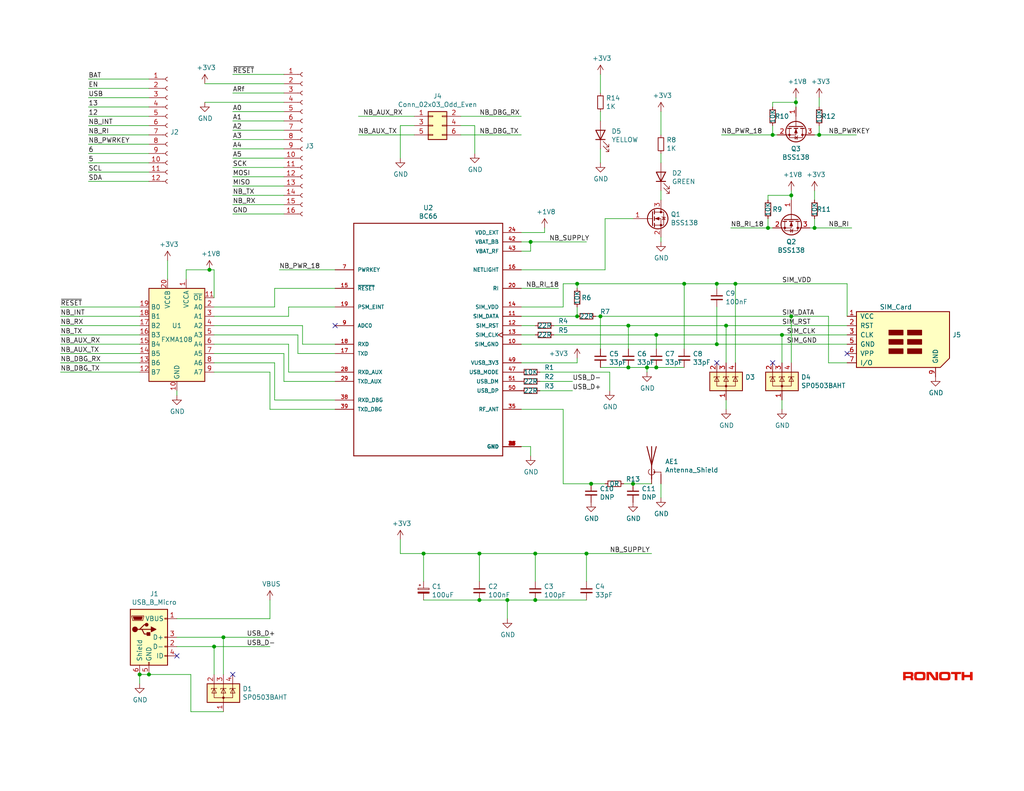
<source format=kicad_sch>
(kicad_sch (version 20231120) (generator "eeschema") (generator_version "8.0")
  (paper "USLetter")
  (title_block (title "NBIoT Wing") (date "2019-12-23") (rev "0") (company "Ronoth, LLC  -  @ronoth_iot") (comment 1 "@lolsborn") (comment 2 "By: Steven Osborn <steven@ronoth.com>"))
  (lib_symbols
    (symbol "Connector_Generic:Conn_02x03_Odd_Even" (pin_names (offset 1.016) hide)
      (property "Reference" "J" (at 1.27 5.08 0))
      (property "Value" "Conn_02x03_Odd_Even" (at 1.27 -5.08 0))
      (symbol "Conn_02x03_Odd_Even_1_1"
        (pin passive line (at -5.08 2.54 0) (length 3.81) (name "Pin_1") (number "1"))
        (pin passive line (at 7.62 2.54 180) (length 3.81) (name "Pin_2") (number "2"))
        (pin passive line (at -5.08 0 0) (length 3.81) (name "Pin_3") (number "3"))
        (pin passive line (at 7.62 0 180) (length 3.81) (name "Pin_4") (number "4"))
        (pin passive line (at -5.08 -2.54 0) (length 3.81) (name "Pin_5") (number "5"))
        (pin passive line (at 7.62 -2.54 180) (length 3.81) (name "Pin_6") (number "6"))
      )
    )
    (symbol "Device:Antenna_Shield" (pin_numbers hide) (pin_names (offset 1.016) hide)
      (property "Reference" "AE" (at -1.905 4.445 0))
      (property "Value" "Antenna_Shield" (at -1.905 2.54 0))
      (symbol "Antenna_Shield_1_1"
        (pin input line (at 0 -5.08 90) (length 2.54) (name "A") (number "1"))
        (pin input line (at 2.54 -5.08 90) (length 2.54) (name "Shield") (number "2"))
      )
    )
    (symbol "Device:C_Small" (pin_numbers hide) (pin_names (offset 0.254) hide)
      (property "Reference" "C" (at 0.254 1.778 0))
      (property "Value" "C_Small" (at 0.254 -2.032 0))
      (symbol "C_Small_1_1"
        (pin passive line (at 0 2.54 270) (length 2.032) (name "~") (number "1"))
        (pin passive line (at 0 -2.54 90) (length 2.032) (name "~") (number "2"))
      )
    )
    (symbol "Device:LED" (pin_numbers hide) (pin_names (offset 1.016) hide)
      (property "Reference" "D" (at 0 2.54 0))
      (property "Value" "LED" (at 0 -2.54 0))
      (symbol "LED_1_1"
        (pin passive line (at -3.81 0 0) (length 2.54) (name "K") (number "1"))
        (pin passive line (at 3.81 0 180) (length 2.54) (name "A") (number "2"))
      )
    )
    (symbol "Device:R_Small" (pin_numbers hide) (pin_names (offset 0.254) hide)
      (property "Reference" "R" (at 0.762 0.508 0))
      (property "Value" "R_Small" (at 0.762 -1.016 0))
      (symbol "R_Small_1_1"
        (pin passive line (at 0 2.54 270) (length 0.762) (name "~") (number "1"))
        (pin passive line (at 0 -2.54 90) (length 0.762) (name "~") (number "2"))
      )
    )
    (symbol "Logic_LevelTranslator:FXMA108"
      (property "Reference" "U" (at -6.35 13.97 0))
      (property "Value" "FXMA108" (at 7.62 13.97 0))
      (symbol "FXMA108_1_1"
        (pin power_in line (at -2.54 15.24 270) (length 2.54) (name "VCCA") (number "1"))
        (pin power_in line (at 0 -15.24 90) (length 2.54) (name "GND") (number "10"))
        (pin input line (at -10.16 10.16 0) (length 2.54) (name "~{OE}") (number "11"))
        (pin bidirectional line (at 10.16 -10.16 180) (length 2.54) (name "B7") (number "12"))
        (pin bidirectional line (at 10.16 -7.62 180) (length 2.54) (name "B6") (number "13"))
        (pin bidirectional line (at 10.16 -5.08 180) (length 2.54) (name "B5") (number "14"))
        (pin bidirectional line (at 10.16 -2.54 180) (length 2.54) (name "B4") (number "15"))
        (pin bidirectional line (at 10.16 0 180) (length 2.54) (name "B3") (number "16"))
        (pin bidirectional line (at 10.16 2.54 180) (length 2.54) (name "B2") (number "17"))
        (pin bidirectional line (at 10.16 5.08 180) (length 2.54) (name "B1") (number "18"))
        (pin bidirectional line (at 10.16 7.62 180) (length 2.54) (name "B0") (number "19"))
        (pin bidirectional line (at -10.16 7.62 0) (length 2.54) (name "A0") (number "2"))
        (pin power_in line (at 2.54 15.24 270) (length 2.54) (name "VCCB") (number "20"))
        (pin no_connect line (at 2.54 -12.7 90) (length 2.54) hide (name "NC") (number "21"))
        (pin bidirectional line (at -10.16 5.08 0) (length 2.54) (name "A1") (number "3"))
        (pin bidirectional line (at -10.16 2.54 0) (length 2.54) (name "A2") (number "4"))
        (pin bidirectional line (at -10.16 0 0) (length 2.54) (name "A3") (number "5"))
        (pin bidirectional line (at -10.16 -2.54 0) (length 2.54) (name "A4") (number "6"))
        (pin bidirectional line (at -10.16 -5.08 0) (length 2.54) (name "A5") (number "7"))
        (pin bidirectional line (at -10.16 -7.62 0) (length 2.54) (name "A6") (number "8"))
        (pin bidirectional line (at -10.16 -10.16 0) (length 2.54) (name "A7") (number "9"))
      )
    )
    (symbol "NBIoT Wing-rescue:+1V8-power" (power) (pin_names (offset 0))
      (property "Value" "power_+1V8" (at 0 3.556 0))
      (symbol "+1V8-power_1_1"
        (pin power_in line (at 0 0 90) (length 0) hide (name "+1V8") (number "1"))
      )
    )
    (symbol "NBIoT Wing-rescue:+3.3V-power" (power) (pin_names (offset 0))
      (property "Value" "power_+3.3V" (at 0 3.556 0))
      (symbol "+3.3V-power_1_1"
        (pin power_in line (at 0 0 90) (length 0) hide (name "+3V3") (number "1"))
      )
    )
    (symbol "NBIoT Wing-rescue:BC66-Lolsborn" (pin_names (offset 1.016))
      (property "Reference" "U" (at -20.32 31.496 0))
      (property "Value" "Lolsborn_BC66" (at -20.32 -35.56 0))
      (symbol "BC66-Lolsborn_0_0"
        (pin power_in line (at 25.4 -30.48 180) (length 5.08) (name "GND") (number "1"))
        (pin power_in line (at 25.4 -2.54 180) (length 5.08) (name "SIM_GND") (number "10"))
        (pin bidirectional line (at 25.4 5.08 180) (length 5.08) (name "SIM_DATA") (number "11"))
        (pin output line (at 25.4 2.54 180) (length 5.08) (name "SIM_RST") (number "12"))
        (pin output clock (at 25.4 0 180) (length 5.08) (name "SIM_CLK") (number "13"))
        (pin power_in line (at 25.4 7.62 180) (length 5.08) (name "SIM_VDD") (number "14"))
        (pin input line (at -25.4 12.7 0) (length 5.08) (name "~{RESET}") (number "15"))
        (pin output line (at 25.4 17.78 180) (length 5.08) (name "NETLIGHT") (number "16"))
        (pin output line (at -25.4 -5.08 0) (length 5.08) (name "TXD") (number "17"))
        (pin input line (at -25.4 -2.54 0) (length 5.08) (name "RXD") (number "18"))
        (pin input line (at -25.4 7.62 0) (length 5.08) (name "PSM_EINT") (number "19"))
        (pin output line (at 25.4 12.7 180) (length 5.08) (name "RI") (number "20"))
        (pin power_in line (at 25.4 27.94 180) (length 5.08) (name "VDD_EXT") (number "24"))
        (pin power_in line (at 25.4 -30.48 180) (length 5.08) (name "GND") (number "27"))
        (pin input line (at -25.4 -10.16 0) (length 5.08) (name "RXD_AUX") (number "28"))
        (pin output line (at -25.4 -12.7 0) (length 5.08) (name "TXD_AUX") (number "29"))
        (pin power_in line (at 25.4 -30.48 180) (length 5.08) (name "GND") (number "34"))
        (pin bidirectional line (at 25.4 -20.32 180) (length 5.08) (name "RF_ANT") (number "35"))
        (pin power_in line (at 25.4 -30.48 180) (length 5.08) (name "GND") (number "36"))
        (pin power_in line (at 25.4 -30.48 180) (length 5.08) (name "GND") (number "37"))
        (pin input line (at -25.4 -17.78 0) (length 5.08) (name "RXD_DBG") (number "38"))
        (pin output line (at -25.4 -20.32 0) (length 5.08) (name "TXD_DBG") (number "39"))
        (pin power_in line (at 25.4 -30.48 180) (length 5.08) (name "GND") (number "40"))
        (pin power_in line (at 25.4 -30.48 180) (length 5.08) (name "GND") (number "41"))
        (pin power_in line (at 25.4 25.4 180) (length 5.08) (name "VBAT_BB") (number "42"))
        (pin power_in line (at 25.4 22.86 180) (length 5.08) (name "VBAT_RF") (number "43"))
        (pin input line (at 25.4 -10.16 180) (length 5.08) (name "USB_MODE") (number "47"))
        (pin power_in line (at 25.4 -7.62 180) (length 5.08) (name "VUSB_3V3") (number "49"))
        (pin bidirectional line (at 25.4 -15.24 180) (length 5.08) (name "USB_DP") (number "50"))
        (pin bidirectional line (at 25.4 -12.7 180) (length 5.08) (name "USB_DM") (number "51"))
        (pin input line (at -25.4 17.78 0) (length 5.08) (name "PWRKEY") (number "7"))
        (pin input line (at -25.4 2.54 0) (length 5.08) (name "ADC0") (number "9"))
      )
    )
    (symbol "NBIoT Wing-rescue:CP_Small-Device" (pin_numbers hide) (pin_names (offset 0.254) hide)
      (property "Reference" "C" (at 0.254 1.778 0))
      (property "Value" "Device_CP_Small" (at 0.254 -2.032 0))
      (symbol "CP_Small-Device_1_1"
        (pin passive line (at 0 2.54 270) (length 1.8542) (name "~") (number "1"))
        (pin passive line (at 0 -2.54 90) (length 1.8542) (name "~") (number "2"))
      )
    )
    (symbol "NBIoT Wing-rescue:Conn_01x12_Female-Connector" (pin_names (offset 1.016) hide)
      (property "Reference" "J" (at 0 15.24 0))
      (property "Value" "Connector_Conn_01x12_Female" (at 0 -17.78 0))
      (symbol "Conn_01x12_Female-Connector_1_1"
        (pin passive line (at -5.08 12.7 0) (length 3.81) (name "Pin_1") (number "1"))
        (pin passive line (at -5.08 -10.16 0) (length 3.81) (name "Pin_10") (number "10"))
        (pin passive line (at -5.08 -12.7 0) (length 3.81) (name "Pin_11") (number "11"))
        (pin passive line (at -5.08 -15.24 0) (length 3.81) (name "Pin_12") (number "12"))
        (pin passive line (at -5.08 10.16 0) (length 3.81) (name "Pin_2") (number "2"))
        (pin passive line (at -5.08 7.62 0) (length 3.81) (name "Pin_3") (number "3"))
        (pin passive line (at -5.08 5.08 0) (length 3.81) (name "Pin_4") (number "4"))
        (pin passive line (at -5.08 2.54 0) (length 3.81) (name "Pin_5") (number "5"))
        (pin passive line (at -5.08 0 0) (length 3.81) (name "Pin_6") (number "6"))
        (pin passive line (at -5.08 -2.54 0) (length 3.81) (name "Pin_7") (number "7"))
        (pin passive line (at -5.08 -5.08 0) (length 3.81) (name "Pin_8") (number "8"))
        (pin passive line (at -5.08 -7.62 0) (length 3.81) (name "Pin_9") (number "9"))
      )
    )
    (symbol "NBIoT Wing-rescue:Conn_01x16_Female-Connector" (pin_names (offset 1.016) hide)
      (property "Reference" "J" (at 0 20.32 0))
      (property "Value" "Connector_Conn_01x16_Female" (at 0 -22.86 0))
      (symbol "Conn_01x16_Female-Connector_1_1"
        (pin passive line (at -5.08 17.78 0) (length 3.81) (name "Pin_1") (number "1"))
        (pin passive line (at -5.08 -5.08 0) (length 3.81) (name "Pin_10") (number "10"))
        (pin passive line (at -5.08 -7.62 0) (length 3.81) (name "Pin_11") (number "11"))
        (pin passive line (at -5.08 -10.16 0) (length 3.81) (name "Pin_12") (number "12"))
        (pin passive line (at -5.08 -12.7 0) (length 3.81) (name "Pin_13") (number "13"))
        (pin passive line (at -5.08 -15.24 0) (length 3.81) (name "Pin_14") (number "14"))
        (pin passive line (at -5.08 -17.78 0) (length 3.81) (name "Pin_15") (number "15"))
        (pin passive line (at -5.08 -20.32 0) (length 3.81) (name "Pin_16") (number "16"))
        (pin passive line (at -5.08 15.24 0) (length 3.81) (name "Pin_2") (number "2"))
        (pin passive line (at -5.08 12.7 0) (length 3.81) (name "Pin_3") (number "3"))
        (pin passive line (at -5.08 10.16 0) (length 3.81) (name "Pin_4") (number "4"))
        (pin passive line (at -5.08 7.62 0) (length 3.81) (name "Pin_5") (number "5"))
        (pin passive line (at -5.08 5.08 0) (length 3.81) (name "Pin_6") (number "6"))
        (pin passive line (at -5.08 2.54 0) (length 3.81) (name "Pin_7") (number "7"))
        (pin passive line (at -5.08 0 0) (length 3.81) (name "Pin_8") (number "8"))
        (pin passive line (at -5.08 -2.54 0) (length 3.81) (name "Pin_9") (number "9"))
      )
    )
    (symbol "NBIoT Wing-rescue:GND-power" (power) (pin_names (offset 0))
      (property "Value" "power_GND" (at 0 -3.81 0))
      (symbol "GND-power_1_1"
        (pin power_in line (at 0 0 270) (length 0) hide (name "GND") (number "1"))
      )
    )
    (symbol "NBIoT Wing-rescue:SIM_Card-Lolsborn" (pin_names (offset 1.016))
      (property "Reference" "J" (at -2.54 12.7 0))
      (property "Value" "Lolsborn_SIM_Card" (at -1.27 10.16 0))
      (symbol "SIM_Card-Lolsborn_1_1"
        (pin power_in line (at -12.7 7.62 0) (length 2.54) (name "VCC") (number "1"))
        (pin input line (at -12.7 5.08 0) (length 2.54) (name "RST") (number "2"))
        (pin input line (at -12.7 2.54 0) (length 2.54) (name "CLK") (number "3"))
        (pin power_in line (at -12.7 0 0) (length 2.54) (name "GND") (number "5"))
        (pin input line (at -12.7 -2.54 0) (length 2.54) (name "VPP") (number "6"))
        (pin bidirectional line (at -12.7 -5.08 0) (length 2.54) (name "I/O") (number "7"))
        (pin bidirectional line (at 11.43 -8.89 90) (length 2.54) (name "GND") (number "9"))
      )
    )
    (symbol "NBIoT Wing-rescue:USB_B_Micro-Connector" (pin_names (offset 1.016))
      (property "Reference" "J" (at -5.08 11.43 0))
      (property "Value" "Connector_USB_B_Micro" (at -5.08 8.89 0))
      (symbol "USB_B_Micro-Connector_1_1"
        (pin power_out line (at 7.62 5.08 180) (length 2.54) (name "VBUS") (number "1"))
        (pin passive line (at 7.62 -2.54 180) (length 2.54) (name "D-") (number "2"))
        (pin passive line (at 7.62 0 180) (length 2.54) (name "D+") (number "3"))
        (pin passive line (at 7.62 -5.08 180) (length 2.54) (name "ID") (number "4"))
        (pin power_out line (at 0 -10.16 90) (length 2.54) (name "GND") (number "5"))
        (pin passive line (at -2.54 -10.16 90) (length 2.54) (name "Shield") (number "6"))
      )
    )
    (symbol "NBIoT Wing-rescue:VBUS-power" (power) (pin_names (offset 0))
      (property "Value" "power_VBUS" (at 0 3.81 0))
      (symbol "VBUS-power_1_1"
        (pin power_in line (at 0 0 90) (length 0) hide (name "VBUS") (number "1"))
      )
    )
    (symbol "Power_Protection:SP0503BAHT" (pin_names hide)
      (property "Reference" "D" (at 5.715 2.54 0))
      (property "Value" "SP0503BAHT" (at 5.715 0.635 0))
      (symbol "SP0503BAHT_0_0"
        (pin passive line (at 0 -5.08 90) (length 2.54) (name "A") (number "1"))
      )
      (symbol "SP0503BAHT_1_1"
        (pin passive line (at -2.54 5.08 270) (length 2.54) (name "K") (number "2"))
        (pin passive line (at 0 5.08 270) (length 2.54) (name "K") (number "3"))
        (pin passive line (at 2.54 5.08 270) (length 2.54) (name "K") (number "4"))
      )
    )
    (symbol "Transistor_FET:BSS138" (pin_names hide)
      (property "Reference" "Q" (at 5.08 1.905 0))
      (property "Value" "BSS138" (at 5.08 0 0))
      (symbol "BSS138_1_1"
        (pin input line (at -5.08 0 0) (length 2.54) (name "G") (number "1"))
        (pin passive line (at 2.54 -5.08 90) (length 2.54) (name "S") (number "2"))
        (pin passive line (at 2.54 5.08 270) (length 2.54) (name "D") (number "3"))
      )
    )
  )
  (junction (at 209.55 62.23))
  (junction (at 161.29 132.08))
  (junction (at 198.12 88.9))
  (junction (at 60.96 173.99))
  (junction (at 222.25 62.23))
  (junction (at 157.48 86.36))
  (junction (at 40.64 184.15))
  (junction (at 146.05 163.83))
  (junction (at 138.43 163.83))
  (junction (at 146.05 151.13))
  (junction (at 176.53 100.33))
  (junction (at 144.78 66.04))
  (junction (at 179.07 91.44))
  (junction (at 210.82 36.83))
  (junction (at 157.48 77.47))
  (junction (at 130.81 151.13))
  (junction (at 163.83 86.36))
  (junction (at 171.45 100.33))
  (junction (at 217.17 27.94))
  (junction (at 179.07 100.33))
  (junction (at 200.66 77.47))
  (junction (at 213.36 91.44))
  (junction (at 195.58 93.98))
  (junction (at 38.1 184.15))
  (junction (at 186.69 77.47))
  (junction (at 215.9 86.36))
  (junction (at 172.72 132.08))
  (junction (at 58.42 176.53))
  (junction (at 57.15 73.66))
  (junction (at 171.45 88.9))
  (junction (at 130.81 163.83))
  (junction (at 115.57 151.13))
  (junction (at 195.58 77.47))
  (junction (at 215.9 53.34))
  (junction (at 223.52 36.83))
  (junction (at 160.02 151.13))
  (no_connect (at 231.14 96.52))
  (no_connect (at 195.58 99.06))
  (no_connect (at 91.44 88.9))
  (no_connect (at 63.5 184.15))
  (no_connect (at 210.82 99.06))
  (no_connect (at 48.26 179.07))
  (wire (pts (xy 58.42 101.6) (xy 73.66 101.6)))
  (wire (pts (xy 78.74 101.6) (xy 91.44 101.6)))
  (wire (pts (xy 153.67 83.82) (xy 153.67 77.47)))
  (wire (pts (xy 180.34 66.04) (xy 180.34 64.77)))
  (wire (pts (xy 209.55 62.23) (xy 209.55 59.69)))
  (wire (pts (xy 77.47 48.26) (xy 63.5 48.26)))
  (wire (pts (xy 113.03 36.83) (xy 97.79 36.83)))
  (wire (pts (xy 142.24 78.74) (xy 152.4 78.74)))
  (wire (pts (xy 146.05 163.83) (xy 160.02 163.83)))
  (wire (pts (xy 40.64 31.75) (xy 24.13 31.75)))
  (wire (pts (xy 138.43 163.83) (xy 146.05 163.83)))
  (wire (pts (xy 223.52 36.83) (xy 223.52 34.29)))
  (wire (pts (xy 179.07 91.44) (xy 213.36 91.44)))
  (wire (pts (xy 55.88 22.86) (xy 77.47 22.86)))
  (wire (pts (xy 217.17 27.94) (xy 217.17 29.21)))
  (wire (pts (xy 213.36 91.44) (xy 213.36 99.06)))
  (wire (pts (xy 78.74 83.82) (xy 78.74 86.36)))
  (wire (pts (xy 91.44 104.14) (xy 77.47 104.14)))
  (wire (pts (xy 210.82 27.94) (xy 217.17 27.94)))
  (wire (pts (xy 81.28 91.44) (xy 58.42 91.44)))
  (wire (pts (xy 115.57 151.13) (xy 130.81 151.13)))
  (wire (pts (xy 195.58 93.98) (xy 231.14 93.98)))
  (wire (pts (xy 222.25 62.23) (xy 222.25 59.69)))
  (wire (pts (xy 198.12 99.06) (xy 198.12 88.9)))
  (wire (pts (xy 210.82 29.21) (xy 210.82 27.94)))
  (wire (pts (xy 77.47 45.72) (xy 63.5 45.72)))
  (wire (pts (xy 40.64 29.21) (xy 24.13 29.21)))
  (wire (pts (xy 109.22 147.32) (xy 109.22 151.13)))
  (wire (pts (xy 161.29 132.08) (xy 165.1 132.08)))
  (wire (pts (xy 196.85 36.83) (xy 210.82 36.83)))
  (wire (pts (xy 213.36 91.44) (xy 231.14 91.44)))
  (wire (pts (xy 157.48 77.47) (xy 186.69 77.47)))
  (wire (pts (xy 77.47 38.1) (xy 63.5 38.1)))
  (wire (pts (xy 109.22 151.13) (xy 115.57 151.13)))
  (wire (pts (xy 179.07 100.33) (xy 186.69 100.33)))
  (wire (pts (xy 215.9 99.06) (xy 215.9 86.36)))
  (wire (pts (xy 78.74 83.82) (xy 91.44 83.82)))
  (wire (pts (xy 40.64 184.15) (xy 52.07 184.15)))
  (wire (pts (xy 153.67 77.47) (xy 157.48 77.47)))
  (wire (pts (xy 166.37 101.6) (xy 166.37 106.68)))
  (wire (pts (xy 60.96 173.99) (xy 73.66 173.99)))
  (wire (pts (xy 73.66 101.6) (xy 73.66 111.76)))
  (wire (pts (xy 157.48 83.82) (xy 157.48 86.36)))
  (wire (pts (xy 180.34 54.61) (xy 180.34 52.07)))
  (wire (pts (xy 200.66 77.47) (xy 231.14 77.47)))
  (wire (pts (xy 74.93 83.82) (xy 74.93 78.74)))
  (wire (pts (xy 147.32 101.6) (xy 166.37 101.6)))
  (wire (pts (xy 142.24 63.5) (xy 148.59 63.5)))
  (wire (pts (xy 148.59 63.5) (xy 148.59 62.23)))
  (wire (pts (xy 40.64 26.67) (xy 24.13 26.67)))
  (wire (pts (xy 186.69 95.25) (xy 186.69 77.47)))
  (wire (pts (xy 77.47 53.34) (xy 63.5 53.34)))
  (wire (pts (xy 222.25 36.83) (xy 223.52 36.83)))
  (wire (pts (xy 125.73 31.75) (xy 142.24 31.75)))
  (wire (pts (xy 210.82 36.83) (xy 210.82 34.29)))
  (wire (pts (xy 40.64 44.45) (xy 24.13 44.45)))
  (wire (pts (xy 50.8 76.2) (xy 50.8 73.66)))
  (wire (pts (xy 147.32 106.68) (xy 156.21 106.68)))
  (wire (pts (xy 77.47 20.32) (xy 63.5 20.32)))
  (wire (pts (xy 58.42 81.28) (xy 58.42 73.66)))
  (wire (pts (xy 222.25 62.23) (xy 232.41 62.23)))
  (wire (pts (xy 40.64 46.99) (xy 24.13 46.99)))
  (wire (pts (xy 48.26 168.91) (xy 73.66 168.91)))
  (wire (pts (xy 125.73 36.83) (xy 142.24 36.83)))
  (wire (pts (xy 179.07 95.25) (xy 179.07 91.44)))
  (wire (pts (xy 74.93 109.22) (xy 91.44 109.22)))
  (wire (pts (xy 82.55 93.98) (xy 91.44 93.98)))
  (wire (pts (xy 60.96 184.15) (xy 60.96 173.99)))
  (wire (pts (xy 176.53 100.33) (xy 179.07 100.33)))
  (wire (pts (xy 231.14 77.47) (xy 231.14 86.36)))
  (wire (pts (xy 171.45 88.9) (xy 198.12 88.9)))
  (wire (pts (xy 58.42 93.98) (xy 78.74 93.98)))
  (wire (pts (xy 226.06 86.36) (xy 226.06 99.06)))
  (wire (pts (xy 170.18 132.08) (xy 172.72 132.08)))
  (wire (pts (xy 160.02 158.75) (xy 160.02 151.13)))
  (wire (pts (xy 130.81 163.83) (xy 138.43 163.83)))
  (wire (pts (xy 130.81 151.13) (xy 146.05 151.13)))
  (wire (pts (xy 129.54 34.29) (xy 129.54 41.91)))
  (wire (pts (xy 38.1 96.52) (xy 16.51 96.52)))
  (wire (pts (xy 77.47 25.4) (xy 63.5 25.4)))
  (wire (pts (xy 144.78 66.04) (xy 160.02 66.04)))
  (wire (pts (xy 172.72 132.08) (xy 177.8 132.08)))
  (wire (pts (xy 171.45 95.25) (xy 171.45 88.9)))
  (wire (pts (xy 77.47 58.42) (xy 63.5 58.42)))
  (wire (pts (xy 142.24 83.82) (xy 153.67 83.82)))
  (wire (pts (xy 200.66 99.06) (xy 200.66 77.47)))
  (wire (pts (xy 195.58 77.47) (xy 200.66 77.47)))
  (wire (pts (xy 38.1 91.44) (xy 16.51 91.44)))
  (wire (pts (xy 142.24 88.9) (xy 146.05 88.9)))
  (wire (pts (xy 115.57 158.75) (xy 115.57 151.13)))
  (wire (pts (xy 223.52 36.83) (xy 233.68 36.83)))
  (wire (pts (xy 113.03 34.29) (xy 109.22 34.29)))
  (wire (pts (xy 198.12 111.76) (xy 198.12 109.22)))
  (wire (pts (xy 40.64 24.13) (xy 24.13 24.13)))
  (wire (pts (xy 186.69 77.47) (xy 195.58 77.47)))
  (wire (pts (xy 209.55 62.23) (xy 199.39 62.23)))
  (wire (pts (xy 115.57 163.83) (xy 130.81 163.83)))
  (wire (pts (xy 77.47 30.48) (xy 63.5 30.48)))
  (wire (pts (xy 142.24 99.06) (xy 157.48 99.06)))
  (wire (pts (xy 40.64 49.53) (xy 24.13 49.53)))
  (wire (pts (xy 38.1 99.06) (xy 16.51 99.06)))
  (wire (pts (xy 142.24 73.66) (xy 165.1 73.66)))
  (wire (pts (xy 73.66 168.91) (xy 73.66 163.83)))
  (wire (pts (xy 151.13 88.9) (xy 171.45 88.9)))
  (wire (pts (xy 77.47 43.18) (xy 63.5 43.18)))
  (wire (pts (xy 38.1 88.9) (xy 16.51 88.9)))
  (wire (pts (xy 91.44 96.52) (xy 81.28 96.52)))
  (wire (pts (xy 160.02 151.13) (xy 177.8 151.13)))
  (wire (pts (xy 58.42 176.53) (xy 73.66 176.53)))
  (wire (pts (xy 144.78 66.04) (xy 142.24 66.04)))
  (wire (pts (xy 81.28 96.52) (xy 81.28 91.44)))
  (wire (pts (xy 209.55 53.34) (xy 215.9 53.34)))
  (wire (pts (xy 40.64 41.91) (xy 24.13 41.91)))
  (wire (pts (xy 58.42 184.15) (xy 58.42 176.53)))
  (wire (pts (xy 109.22 34.29) (xy 109.22 43.18)))
  (wire (pts (xy 213.36 111.76) (xy 213.36 109.22)))
  (wire (pts (xy 162.56 86.36) (xy 163.83 86.36)))
  (wire (pts (xy 125.73 34.29) (xy 129.54 34.29)))
  (wire (pts (xy 163.83 33.02) (xy 163.83 30.48)))
  (wire (pts (xy 212.09 36.83) (xy 210.82 36.83)))
  (wire (pts (xy 144.78 68.58) (xy 144.78 66.04)))
  (wire (pts (xy 163.83 86.36) (xy 215.9 86.36)))
  (wire (pts (xy 163.83 95.25) (xy 163.83 86.36)))
  (wire (pts (xy 142.24 111.76) (xy 153.67 111.76)))
  (wire (pts (xy 78.74 86.36) (xy 58.42 86.36)))
  (wire (pts (xy 91.44 73.66) (xy 76.2 73.66)))
  (wire (pts (xy 138.43 168.91) (xy 138.43 163.83)))
  (wire (pts (xy 38.1 184.15) (xy 38.1 186.69)))
  (wire (pts (xy 38.1 184.15) (xy 40.64 184.15)))
  (wire (pts (xy 45.72 71.12) (xy 45.72 76.2)))
  (wire (pts (xy 58.42 88.9) (xy 82.55 88.9)))
  (wire (pts (xy 176.53 101.6) (xy 176.53 100.33)))
  (wire (pts (xy 77.47 50.8) (xy 63.5 50.8)))
  (wire (pts (xy 220.98 62.23) (xy 222.25 62.23)))
  (wire (pts (xy 113.03 31.75) (xy 97.79 31.75)))
  (wire (pts (xy 163.83 25.4) (xy 163.83 20.32)))
  (wire (pts (xy 38.1 86.36) (xy 16.51 86.36)))
  (wire (pts (xy 146.05 158.75) (xy 146.05 151.13)))
  (wire (pts (xy 195.58 83.82) (xy 195.58 93.98)))
  (wire (pts (xy 77.47 96.52) (xy 58.42 96.52)))
  (wire (pts (xy 195.58 78.74) (xy 195.58 77.47)))
  (wire (pts (xy 48.26 176.53) (xy 58.42 176.53)))
  (wire (pts (xy 144.78 121.92) (xy 144.78 124.46)))
  (wire (pts (xy 146.05 151.13) (xy 160.02 151.13)))
  (wire (pts (xy 142.24 68.58) (xy 144.78 68.58)))
  (wire (pts (xy 130.81 158.75) (xy 130.81 151.13)))
  (wire (pts (xy 58.42 83.82) (xy 74.93 83.82)))
  (wire (pts (xy 40.64 36.83) (xy 24.13 36.83)))
  (wire (pts (xy 40.64 39.37) (xy 24.13 39.37)))
  (wire (pts (xy 153.67 111.76) (xy 153.67 132.08)))
  (wire (pts (xy 157.48 99.06) (xy 157.48 97.79)))
  (wire (pts (xy 74.93 78.74) (xy 91.44 78.74)))
  (wire (pts (xy 223.52 26.67) (xy 223.52 29.21)))
  (wire (pts (xy 52.07 194.31) (xy 60.96 194.31)))
  (wire (pts (xy 165.1 73.66) (xy 165.1 59.69)))
  (wire (pts (xy 180.34 36.83) (xy 180.34 30.48)))
  (wire (pts (xy 215.9 52.07) (xy 215.9 53.34)))
  (wire (pts (xy 147.32 104.14) (xy 156.21 104.14)))
  (wire (pts (xy 58.42 73.66) (xy 57.15 73.66)))
  (wire (pts (xy 209.55 54.61) (xy 209.55 53.34)))
  (wire (pts (xy 142.24 121.92) (xy 144.78 121.92)))
  (wire (pts (xy 163.83 44.45) (xy 163.83 40.64)))
  (wire (pts (xy 215.9 86.36) (xy 226.06 86.36)))
  (wire (pts (xy 142.24 91.44) (xy 146.05 91.44)))
  (wire (pts (xy 48.26 107.95) (xy 48.26 106.68)))
  (wire (pts (xy 38.1 83.82) (xy 16.51 83.82)))
  (wire (pts (xy 58.42 99.06) (xy 74.93 99.06)))
  (wire (pts (xy 217.17 26.67) (xy 217.17 27.94)))
  (wire (pts (xy 198.12 88.9) (xy 231.14 88.9)))
  (wire (pts (xy 55.88 27.94) (xy 77.47 27.94)))
  (wire (pts (xy 40.64 21.59) (xy 24.13 21.59)))
  (wire (pts (xy 163.83 100.33) (xy 171.45 100.33)))
  (wire (pts (xy 50.8 73.66) (xy 57.15 73.66)))
  (wire (pts (xy 153.67 132.08) (xy 161.29 132.08)))
  (wire (pts (xy 195.58 93.98) (xy 142.24 93.98)))
  (wire (pts (xy 82.55 88.9) (xy 82.55 93.98)))
  (wire (pts (xy 77.47 40.64) (xy 63.5 40.64)))
  (wire (pts (xy 180.34 44.45) (xy 180.34 41.91)))
  (wire (pts (xy 40.64 34.29) (xy 24.13 34.29)))
  (wire (pts (xy 151.13 91.44) (xy 179.07 91.44)))
  (wire (pts (xy 73.66 111.76) (xy 91.44 111.76)))
  (wire (pts (xy 210.82 62.23) (xy 209.55 62.23)))
  (wire (pts (xy 77.47 33.02) (xy 63.5 33.02)))
  (wire (pts (xy 165.1 59.69) (xy 172.72 59.69)))
  (wire (pts (xy 52.07 184.15) (xy 52.07 194.31)))
  (wire (pts (xy 142.24 86.36) (xy 157.48 86.36)))
  (wire (pts (xy 180.34 135.89) (xy 180.34 132.08)))
  (wire (pts (xy 74.93 99.06) (xy 74.93 109.22)))
  (wire (pts (xy 77.47 55.88) (xy 63.5 55.88)))
  (wire (pts (xy 222.25 52.07) (xy 222.25 54.61)))
  (wire (pts (xy 38.1 93.98) (xy 16.51 93.98)))
  (wire (pts (xy 77.47 104.14) (xy 77.47 96.52)))
  (wire (pts (xy 77.47 35.56) (xy 63.5 35.56)))
  (wire (pts (xy 157.48 78.74) (xy 157.48 77.47)))
  (wire (pts (xy 171.45 100.33) (xy 176.53 100.33)))
  (wire (pts (xy 226.06 99.06) (xy 231.14 99.06)))
  (wire (pts (xy 48.26 173.99) (xy 60.96 173.99)))
  (wire (pts (xy 38.1 101.6) (xy 16.51 101.6)))
  (wire (pts (xy 78.74 93.98) (xy 78.74 101.6)))
  (wire (pts (xy 215.9 53.34) (xy 215.9 54.61)))
  (image (at 256.54 185.42) (scale 0.313333))
  (label "USB_D-" (at 156.21 104.14 0))
  (label "MOSI" (at 63.5 48.26 0))
  (label "MISO" (at 63.5 50.8 0))
  (label "USB_D-" (at 67.31 176.53 0))
  (label "A0" (at 63.5 30.48 0))
  (label "NB_PWR_18" (at 76.2 73.66 0))
  (label "SIM_GND" (at 214.63 93.98 0))
  (label "SIM_VDD" (at 213.36 77.47 0))
  (label "BAT" (at 24.13 21.59 0))
  (label "NB_INT" (at 16.51 86.36 0))
  (label "SIM_DATA" (at 213.36 86.36 0))
  (label "~{RESET}" (at 63.5 20.32 0))
  (label "NB_SUPPLY" (at 149.86 66.04 0))
  (label "NB_PWR_18" (at 196.85 36.83 0))
  (label "NB_DBG_RX" (at 130.81 31.75 0))
  (label "5" (at 24.13 44.45 0))
  (label "USB_D+" (at 67.31 173.99 0))
  (label "NB_RI" (at 226.06 62.23 0))
  (label "NB_RX" (at 16.51 88.9 0))
  (label "A1" (at 63.5 33.02 0))
  (label "A3" (at 63.5 38.1 0))
  (label "ARf" (at 63.5 25.4 0))
  (label "NB_AUX_RX" (at 99.06 31.75 0))
  (label "12" (at 24.13 31.75 0))
  (label "A5" (at 63.5 43.18 0))
  (label "NB_DBG_RX" (at 16.51 99.06 0))
  (label "NB_DBG_TX" (at 130.81 36.83 0))
  (label "NB_PWRKEY" (at 226.06 36.83 0))
  (label "NB_INT" (at 24.13 34.29 0))
  (label "USB_D+" (at 156.21 106.68 0))
  (label "EN" (at 24.13 24.13 0))
  (label "~{RESET}" (at 16.51 83.82 0))
  (label "NB_RI_18" (at 143.51 78.74 0))
  (label "NB_AUX_RX" (at 16.51 93.98 0))
  (label "SIM_CLK" (at 214.63 91.44 0))
  (label "GND" (at 63.5 58.42 0))
  (label "SDA" (at 24.13 49.53 0))
  (label "NB_AUX_TX" (at 97.79 36.83 0))
  (label "NB_RI_18" (at 199.39 62.23 0))
  (label "SCL" (at 24.13 46.99 0))
  (label "USB" (at 24.13 26.67 0))
  (label "NB_TX" (at 16.51 91.44 0))
  (label "6" (at 24.13 41.91 0))
  (label "SCK" (at 63.5 45.72 0))
  (label "NB_RX" (at 63.5 55.88 0))
  (label "NB_AUX_TX" (at 16.51 96.52 0))
  (label "NB_PWRKEY" (at 24.13 39.37 0))
  (label "SIM_RST" (at 213.36 88.9 0))
  (label "NB_TX" (at 63.5 53.34 0))
  (label "A2" (at 63.5 35.56 0))
  (label "NB_SUPPLY" (at 166.37 151.13 0))
  (label "NB_DBG_TX" (at 16.51 101.6 0))
  (label "13" (at 24.13 29.21 0))
  (label "A4" (at 63.5 40.64 0))
  (label "NB_RI" (at 24.13 36.83 0))
  (symbol (lib_id "NBIoT Wing-rescue:BC66-Lolsborn") (at 116.84 91.44 0) (unit 1)
    (property "Reference" "U2" (at 116.84 56.7182 0))
    (property "Value" "BC66" (at 116.84 59.0296 0))
    (property "Footprint" "lolsborn:XCVR_BC66" (effects (hide yes)))
    (property "Datasheet" "2.2mm" (effects (hide yes)))
    (property "Field4" "Quectel" (effects (hide yes)))
    (property "Field5" "1.2" (effects (hide yes)))
    (property "Field6" "Manufacturer Recommendations" (effects (hide yes)))
  )
  (symbol (lib_id "Logic_LevelTranslator:FXMA108") (at 48.26 91.44 0) (mirror y) (unit 1)
    (property "Reference" "U1" (at 48.26 88.9 0))
    (property "Value" "FXMA108" (at 48.26 92.71 0))
    (property "Footprint" "Package_DFN_QFN:WQFN-20-1EP_2.5x4.5mm_P0.5mm_EP1x2.9mm" (effects (hide yes)))
    (property "Datasheet" "http://www.onsemi.com/pub/Collateral/FXMA108-D.pdf" (effects (hide yes)))
  )
  (symbol (lib_id "NBIoT Wing-rescue:SIM_Card-Lolsborn") (at 243.84 93.98 0) (unit 1)
    (property "Reference" "J5" (at 259.842 91.44 0) (effects (justify left)))
    (property "Value" "SIM_Card" (at 240.03 83.82 0) (effects (justify left)))
    (property "Footprint" "lolsborn:0786463001" (effects (hide yes)))
    (property "Datasheet" " ~" (effects (hide yes)))
  )
  (symbol (lib_id "NBIoT Wing-rescue:USB_B_Micro-Connector") (at 40.64 173.99 0) (unit 1)
    (property "Reference" "J1" (at 42.0878 162.1282 0))
    (property "Value" "USB_B_Micro" (at 42.0878 164.4396 0))
    (property "Footprint" "Connector_USB:USB_Micro-B_Amphenol_10103594-0001LF_Horizontal" (effects (hide yes)))
  )
  (symbol (lib_id "Device:Antenna_Shield") (at 177.8 127 0) (unit 1)
    (property "Reference" "AE1" (at 181.4576 126.0094 0) (effects (justify left)))
    (property "Value" "Antenna_Shield" (at 181.4576 128.3208 0) (effects (justify left)))
    (property "Footprint" "Connector_Coaxial:U.FL_Molex_MCRF_73412-0110_Vertical" (effects (hide yes)))
  )
  (symbol (lib_id "NBIoT Wing-rescue:GND-power") (at 144.78 124.46 0) (unit 1)
    (property "Reference" "#PWR0101" (effects (hide yes)))
    (property "Value" "GND" (at 144.907 128.8542 0))
  )
  (symbol (lib_id "NBIoT Wing-rescue:GND-power") (at 48.26 107.95 0) (unit 1)
    (property "Reference" "#PWR0102" (effects (hide yes)))
    (property "Value" "GND" (at 48.387 112.3442 0))
  )
  (symbol (lib_id "NBIoT Wing-rescue:+1V8-power") (at 57.15 73.66 0) (unit 1)
    (property "Reference" "#PWR0103" (effects (hide yes)))
    (property "Value" "+1V8" (at 57.531 69.2658 0))
  )
  (symbol (lib_id "NBIoT Wing-rescue:+3.3V-power") (at 45.72 71.12 0) (unit 1)
    (property "Reference" "#PWR0104" (effects (hide yes)))
    (property "Value" "+3V3" (at 46.101 66.7258 0))
  )
  (symbol (lib_id "NBIoT Wing-rescue:+1V8-power") (at 148.59 62.23 0) (unit 1)
    (property "Reference" "#PWR0105" (effects (hide yes)))
    (property "Value" "+1V8" (at 148.971 57.8358 0))
  )
  (symbol (lib_id "NBIoT Wing-rescue:+3.3V-power") (at 109.22 147.32 0) (unit 1)
    (property "Reference" "#PWR0106" (effects (hide yes)))
    (property "Value" "+3V3" (at 109.601 142.9258 0))
  )
  (symbol (lib_id "NBIoT Wing-rescue:CP_Small-Device") (at 115.57 161.29 0) (unit 1)
    (property "Reference" "C1" (at 117.8052 160.1216 0) (effects (justify left)))
    (property "Value" "100uF" (at 117.8052 162.433 0) (effects (justify left)))
    (property "Footprint" "Capacitor_Tantalum_SMD:CP_EIA-3528-12_Kemet-T" (effects (hide yes)))
  )
  (symbol (lib_id "Device:C_Small") (at 130.81 161.29 0) (unit 1)
    (property "Reference" "C2" (at 133.1468 160.1216 0) (effects (justify left)))
    (property "Value" "100nF" (at 133.1468 162.433 0) (effects (justify left)))
    (property "Footprint" "Capacitor_SMD:C_0603_1608Metric" (effects (hide yes)))
  )
  (symbol (lib_id "Device:C_Small") (at 146.05 161.29 0) (unit 1)
    (property "Reference" "C3" (at 148.3868 160.1216 0) (effects (justify left)))
    (property "Value" "100pF" (at 148.3868 162.433 0) (effects (justify left)))
    (property "Footprint" "Capacitor_SMD:C_0603_1608Metric" (effects (hide yes)))
  )
  (symbol (lib_id "Device:C_Small") (at 160.02 161.29 0) (unit 1)
    (property "Reference" "C4" (at 162.3568 160.1216 0) (effects (justify left)))
    (property "Value" "33pF" (at 162.3568 162.433 0) (effects (justify left)))
    (property "Footprint" "Capacitor_SMD:C_0603_1608Metric" (effects (hide yes)))
  )
  (symbol (lib_id "NBIoT Wing-rescue:GND-power") (at 138.43 168.91 0) (unit 1)
    (property "Reference" "#PWR0107" (effects (hide yes)))
    (property "Value" "GND" (at 138.557 173.3042 0))
  )
  (symbol (lib_id "NBIoT Wing-rescue:GND-power") (at 180.34 135.89 0) (unit 1)
    (property "Reference" "#PWR0108" (effects (hide yes)))
    (property "Value" "GND" (at 180.467 140.2842 0))
  )
  (symbol (lib_id "NBIoT Wing-rescue:GND-power") (at 38.1 186.69 0) (unit 1)
    (property "Reference" "#PWR0109" (effects (hide yes)))
    (property "Value" "GND" (at 38.227 191.0842 0))
  )
  (symbol (lib_id "Transistor_FET:BSS138") (at 177.8 59.69 0) (unit 1)
    (property "Reference" "Q1" (at 182.9816 58.5216 0) (effects (justify left)))
    (property "Value" "BSS138" (at 182.9816 60.833 0) (effects (justify left)))
    (property "Footprint" "Package_TO_SOT_SMD:SOT-23" (effects (hide yes)))
    (property "Datasheet" "https://www.fairchildsemi.com/datasheets/BS/BSS138.pdf" (effects (hide yes)))
  )
  (symbol (lib_id "NBIoT Wing-rescue:GND-power") (at 255.27 102.87 0) (unit 1)
    (property "Reference" "#PWR0128" (effects (hide yes)))
    (property "Value" "GND" (at 255.397 107.2642 0))
  )
  (symbol (lib_id "NBIoT Wing-rescue:GND-power") (at 180.34 66.04 0) (unit 1)
    (property "Reference" "#PWR0110" (effects (hide yes)))
    (property "Value" "GND" (at 180.467 70.4342 0))
  )
  (symbol (lib_id "Device:LED") (at 180.34 48.26 90) (unit 1)
    (property "Reference" "D2" (at 183.3372 47.2694 90) (effects (justify right)))
    (property "Value" "GREEN" (at 183.3372 49.5808 90) (effects (justify right)))
    (property "Footprint" "LED_SMD:LED_0603_1608Metric" (effects (hide yes)))
  )
  (symbol (lib_id "Device:R_Small") (at 180.34 39.37 0) (unit 1)
    (property "Reference" "R8" (at 181.8386 38.2016 0) (effects (justify left)))
    (property "Value" "1K" (at 181.8386 40.513 0) (effects (justify left)))
    (property "Footprint" "Resistor_SMD:R_0603_1608Metric" (effects (hide yes)))
  )
  (symbol (lib_id "NBIoT Wing-rescue:+3.3V-power") (at 180.34 30.48 0) (unit 1)
    (property "Reference" "#PWR0111" (effects (hide yes)))
    (property "Value" "+3V3" (at 180.721 26.0858 0))
  )
  (symbol (lib_id "NBIoT Wing-rescue:VBUS-power") (at 73.66 163.83 0) (unit 1)
    (property "Reference" "#PWR0112" (effects (hide yes)))
    (property "Value" "VBUS" (at 74.041 159.4358 0))
  )
  (symbol (lib_id "Device:R_Small") (at 148.59 88.9 270) (unit 1)
    (property "Reference" "R4" (at 153.67 87.63 90))
    (property "Value" "22R" (at 148.59 88.9 90))
    (property "Footprint" "Resistor_SMD:R_0603_1608Metric" (effects (hide yes)))
  )
  (symbol (lib_id "Device:R_Small") (at 148.59 91.44 270) (unit 1)
    (property "Reference" "R5" (at 153.67 90.17 90))
    (property "Value" "22R" (at 148.59 91.44 90))
    (property "Footprint" "Resistor_SMD:R_0603_1608Metric" (effects (hide yes)))
  )
  (symbol (lib_id "Device:R_Small") (at 160.02 86.36 270) (unit 1)
    (property "Reference" "R7" (at 165.1 85.09 90))
    (property "Value" "22R" (at 160.02 86.36 90))
    (property "Footprint" "Resistor_SMD:R_0603_1608Metric" (effects (hide yes)))
  )
  (symbol (lib_id "Device:R_Small") (at 157.48 81.28 180) (unit 1)
    (property "Reference" "R6" (at 160.02 81.28 0))
    (property "Value" "10K" (at 157.48 81.28 90))
    (property "Footprint" "Resistor_SMD:R_0603_1608Metric" (effects (hide yes)))
  )
  (symbol (lib_id "Device:C_Small") (at 163.83 97.79 0) (unit 1)
    (property "Reference" "C5" (at 166.1668 96.6216 0) (effects (justify left)))
    (property "Value" "33pF" (at 166.1668 98.933 0) (effects (justify left)))
    (property "Footprint" "Capacitor_SMD:C_0603_1608Metric" (effects (hide yes)))
  )
  (symbol (lib_id "Device:C_Small") (at 171.45 97.79 0) (unit 1)
    (property "Reference" "C6" (at 173.7868 96.6216 0) (effects (justify left)))
    (property "Value" "33pF" (at 173.7868 98.933 0) (effects (justify left)))
    (property "Footprint" "Capacitor_SMD:C_0603_1608Metric" (effects (hide yes)))
  )
  (symbol (lib_id "Device:C_Small") (at 179.07 97.79 0) (unit 1)
    (property "Reference" "C7" (at 181.4068 96.6216 0) (effects (justify left)))
    (property "Value" "33pF" (at 181.4068 98.933 0) (effects (justify left)))
    (property "Footprint" "Capacitor_SMD:C_0603_1608Metric" (effects (hide yes)))
  )
  (symbol (lib_id "Device:C_Small") (at 186.69 97.79 0) (unit 1)
    (property "Reference" "C8" (at 189.0268 96.6216 0) (effects (justify left)))
    (property "Value" "33pF" (at 189.0268 98.933 0) (effects (justify left)))
    (property "Footprint" "Capacitor_SMD:C_0603_1608Metric" (effects (hide yes)))
  )
  (symbol (lib_id "Device:C_Small") (at 195.58 81.28 0) (unit 1)
    (property "Reference" "C9" (at 197.9168 80.1116 0) (effects (justify left)))
    (property "Value" "100nF" (at 197.9168 82.423 0) (effects (justify left)))
    (property "Footprint" "Capacitor_SMD:C_0603_1608Metric" (effects (hide yes)))
  )
  (symbol (lib_id "NBIoT Wing-rescue:GND-power") (at 176.53 101.6 0) (unit 1)
    (property "Reference" "#PWR0113" (effects (hide yes)))
    (property "Value" "GND" (at 176.657 105.9942 0))
  )
  (symbol (lib_id "NBIoT Wing-rescue:Conn_01x12_Female-Connector") (at 45.72 34.29 0) (unit 1)
    (property "Reference" "J2" (at 46.4312 36.068 0) (effects (justify left)))
    (property "Value" "Conn_01x12_Female" (effects (hide yes)))
    (property "Footprint" "Connector_PinHeader_2.54mm:PinHeader_1x12_P2.54mm_Vertical" (effects (hide yes)))
  )
  (symbol (lib_id "NBIoT Wing-rescue:Conn_01x16_Female-Connector") (at 82.55 38.1 0) (unit 1)
    (property "Reference" "J3" (at 83.2612 39.878 0) (effects (justify left)))
    (property "Value" "Conn_01x16_Female" (effects (hide yes)))
    (property "Footprint" "Connector_PinHeader_2.54mm:PinHeader_1x16_P2.54mm_Vertical" (effects (hide yes)))
  )
  (symbol (lib_id "Device:R_Small") (at 144.78 104.14 270) (unit 1)
    (property "Reference" "R2" (at 149.86 102.87 90))
    (property "Value" "22R" (at 144.78 104.14 90))
    (property "Footprint" "Resistor_SMD:R_0603_1608Metric" (effects (hide yes)))
  )
  (symbol (lib_id "NBIoT Wing-rescue:+3.3V-power") (at 157.48 97.79 0) (unit 1)
    (property "Reference" "#PWR0114" (effects (hide yes)))
    (property "Value" "+3V3" (at 152.4 96.52 0))
  )
  (symbol (lib_id "NBIoT Wing-rescue:GND-power") (at 55.88 27.94 0) (unit 1)
    (property "Reference" "#PWR0115" (effects (hide yes)))
    (property "Value" "GND" (at 56.007 32.3342 0))
  )
  (symbol (lib_id "NBIoT Wing-rescue:+3.3V-power") (at 55.88 22.86 0) (unit 1)
    (property "Reference" "#PWR0116" (effects (hide yes)))
    (property "Value" "+3V3" (at 56.261 18.4658 0))
  )
  (symbol (lib_id "Device:R_Small") (at 144.78 106.68 270) (unit 1)
    (property "Reference" "R3" (at 149.86 105.41 90))
    (property "Value" "22R" (at 144.78 106.68 90))
    (property "Footprint" "Resistor_SMD:R_0603_1608Metric" (effects (hide yes)))
  )
  (symbol (lib_id "Device:R_Small") (at 144.78 101.6 270) (unit 1)
    (property "Reference" "R1" (at 149.86 100.33 90))
    (property "Value" "10K" (at 144.78 101.6 90))
    (property "Footprint" "Resistor_SMD:R_0603_1608Metric" (effects (hide yes)))
  )
  (symbol (lib_id "NBIoT Wing-rescue:GND-power") (at 166.37 106.68 0) (unit 1)
    (property "Reference" "#PWR0117" (effects (hide yes)))
    (property "Value" "GND" (at 166.497 111.0742 0))
  )
  (symbol (lib_id "NBIoT Wing-rescue:GND-power") (at 129.54 41.91 0) (unit 1)
    (property "Reference" "#PWR0118" (effects (hide yes)))
    (property "Value" "GND" (at 129.667 46.3042 0))
  )
  (symbol (lib_id "NBIoT Wing-rescue:GND-power") (at 109.22 43.18 0) (unit 1)
    (property "Reference" "#PWR0119" (effects (hide yes)))
    (property "Value" "GND" (at 109.347 47.5742 0))
  )
  (symbol (lib_id "Device:LED") (at 163.83 36.83 90) (unit 1)
    (property "Reference" "D5" (at 166.8272 35.8394 90) (effects (justify right)))
    (property "Value" "YELLOW" (at 166.8272 38.1508 90) (effects (justify right)))
    (property "Footprint" "LED_SMD:LED_0603_1608Metric" (effects (hide yes)))
  )
  (symbol (lib_id "NBIoT Wing-rescue:+3.3V-power") (at 163.83 20.32 0) (unit 1)
    (property "Reference" "#PWR0129" (effects (hide yes)))
    (property "Value" "+3V3" (at 164.211 15.9258 0))
  )
  (symbol (lib_id "NBIoT Wing-rescue:GND-power") (at 163.83 44.45 0) (unit 1)
    (property "Reference" "#PWR0130" (effects (hide yes)))
    (property "Value" "GND" (at 163.957 48.8442 0))
  )
  (symbol (lib_id "Device:R_Small") (at 163.83 27.94 0) (unit 1)
    (property "Reference" "R14" (at 165.3286 26.7716 0) (effects (justify left)))
    (property "Value" "1K" (at 165.3286 29.083 0) (effects (justify left)))
    (property "Footprint" "Resistor_SMD:R_0603_1608Metric" (effects (hide yes)))
  )
  (symbol (lib_id "Transistor_FET:BSS138") (at 215.9 59.69 270) (unit 1)
    (property "Reference" "Q2" (at 215.9 66.0146 90))
    (property "Value" "BSS138" (at 215.9 68.326 90))
    (property "Footprint" "Package_TO_SOT_SMD:SOT-23" (effects (hide yes)))
    (property "Datasheet" "https://www.fairchildsemi.com/datasheets/BS/BSS138.pdf" (effects (hide yes)))
  )
  (symbol (lib_id "Device:R_Small") (at 209.55 57.15 180) (unit 1)
    (property "Reference" "R9" (at 212.09 57.15 0))
    (property "Value" "10K" (at 209.55 57.15 90))
    (property "Footprint" "Resistor_SMD:R_0603_1608Metric" (effects (hide yes)))
  )
  (symbol (lib_id "Device:R_Small") (at 222.25 57.15 180) (unit 1)
    (property "Reference" "R11" (at 224.79 57.15 0))
    (property "Value" "10K" (at 222.25 57.15 90))
    (property "Footprint" "Resistor_SMD:R_0603_1608Metric" (effects (hide yes)))
  )
  (symbol (lib_id "NBIoT Wing-rescue:+1V8-power") (at 215.9 52.07 0) (unit 1)
    (property "Reference" "#PWR0120" (effects (hide yes)))
    (property "Value" "+1V8" (at 216.281 47.6758 0))
  )
  (symbol (lib_id "NBIoT Wing-rescue:+3.3V-power") (at 222.25 52.07 0) (unit 1)
    (property "Reference" "#PWR0121" (effects (hide yes)))
    (property "Value" "+3V3" (at 222.631 47.6758 0))
  )
  (symbol (lib_id "Transistor_FET:BSS138") (at 217.17 34.29 270) (unit 1)
    (property "Reference" "Q3" (at 217.17 40.6146 90))
    (property "Value" "BSS138" (at 217.17 42.926 90))
    (property "Footprint" "Package_TO_SOT_SMD:SOT-23" (effects (hide yes)))
    (property "Datasheet" "https://www.fairchildsemi.com/datasheets/BS/BSS138.pdf" (effects (hide yes)))
  )
  (symbol (lib_id "Device:R_Small") (at 210.82 31.75 180) (unit 1)
    (property "Reference" "R10" (at 213.36 31.75 0))
    (property "Value" "10K" (at 210.82 31.75 90))
    (property "Footprint" "Resistor_SMD:R_0603_1608Metric" (effects (hide yes)))
  )
  (symbol (lib_id "Device:R_Small") (at 223.52 31.75 180) (unit 1)
    (property "Reference" "R12" (at 226.06 31.75 0))
    (property "Value" "10K" (at 223.52 31.75 90))
    (property "Footprint" "Resistor_SMD:R_0603_1608Metric" (effects (hide yes)))
  )
  (symbol (lib_id "NBIoT Wing-rescue:+1V8-power") (at 217.17 26.67 0) (unit 1)
    (property "Reference" "#PWR0122" (effects (hide yes)))
    (property "Value" "+1V8" (at 217.551 22.2758 0))
  )
  (symbol (lib_id "NBIoT Wing-rescue:+3.3V-power") (at 223.52 26.67 0) (unit 1)
    (property "Reference" "#PWR0123" (effects (hide yes)))
    (property "Value" "+3V3" (at 223.901 22.2758 0))
  )
  (symbol (lib_id "Power_Protection:SP0503BAHT") (at 60.96 189.23 0) (unit 1)
    (property "Reference" "D1" (at 66.167 188.0616 0) (effects (justify left)))
    (property "Value" "SP0503BAHT" (at 66.167 190.373 0) (effects (justify left)))
    (property "Footprint" "Package_TO_SOT_SMD:SOT-143" (effects (hide yes)))
    (property "Datasheet" "http://www.littelfuse.com/~/media/files/littelfuse/technical%20resources/documents/data%20sheets/sp05xxba.pdf" (effects (hide yes)))
  )
  (symbol (lib_id "Power_Protection:SP0503BAHT") (at 198.12 104.14 0) (unit 1)
    (property "Reference" "D3" (at 203.327 102.9716 0) (effects (justify left)))
    (property "Value" "SP0503BAHT" (effects (hide yes)))
    (property "Footprint" "Package_TO_SOT_SMD:SOT-143" (effects (hide yes)))
    (property "Datasheet" "http://www.littelfuse.com/~/media/files/littelfuse/technical%20resources/documents/data%20sheets/sp05xxba.pdf" (effects (hide yes)))
  )
  (symbol (lib_id "Power_Protection:SP0503BAHT") (at 213.36 104.14 0) (unit 1)
    (property "Reference" "D4" (at 218.567 102.9716 0) (effects (justify left)))
    (property "Value" "SP0503BAHT" (at 218.567 105.283 0) (effects (justify left)))
    (property "Footprint" "Package_TO_SOT_SMD:SOT-143" (effects (hide yes)))
    (property "Datasheet" "http://www.littelfuse.com/~/media/files/littelfuse/technical%20resources/documents/data%20sheets/sp05xxba.pdf" (effects (hide yes)))
  )
  (symbol (lib_id "NBIoT Wing-rescue:GND-power") (at 198.12 111.76 0) (unit 1)
    (property "Reference" "#PWR0124" (effects (hide yes)))
    (property "Value" "GND" (at 198.247 116.1542 0))
  )
  (symbol (lib_id "NBIoT Wing-rescue:GND-power") (at 213.36 111.76 0) (unit 1)
    (property "Reference" "#PWR0125" (effects (hide yes)))
    (property "Value" "GND" (at 213.487 116.1542 0))
  )
  (symbol (lib_id "Device:C_Small") (at 172.72 134.62 0) (unit 1)
    (property "Reference" "C11" (at 175.0568 133.4516 0) (effects (justify left)))
    (property "Value" "DNP" (at 175.0568 135.763 0) (effects (justify left)))
    (property "Footprint" "Capacitor_SMD:C_0603_1608Metric" (effects (hide yes)))
  )
  (symbol (lib_id "Device:R_Small") (at 167.64 132.08 270) (unit 1)
    (property "Reference" "R13" (at 172.72 130.81 90))
    (property "Value" "0R" (at 167.64 132.08 90))
    (property "Footprint" "Resistor_SMD:R_0603_1608Metric" (effects (hide yes)))
  )
  (symbol (lib_id "Device:C_Small") (at 161.29 134.62 0) (unit 1)
    (property "Reference" "C10" (at 163.6268 133.4516 0) (effects (justify left)))
    (property "Value" "DNP" (at 163.6268 135.763 0) (effects (justify left)))
    (property "Footprint" "Capacitor_SMD:C_0603_1608Metric" (effects (hide yes)))
  )
  (symbol (lib_id "NBIoT Wing-rescue:GND-power") (at 172.72 137.16 0) (unit 1)
    (property "Reference" "#PWR0126" (effects (hide yes)))
    (property "Value" "GND" (at 172.847 141.5542 0))
  )
  (symbol (lib_id "NBIoT Wing-rescue:GND-power") (at 161.29 137.16 0) (unit 1)
    (property "Reference" "#PWR0127" (effects (hide yes)))
    (property "Value" "GND" (at 161.417 141.5542 0))
  )
  (symbol (lib_id "Connector_Generic:Conn_02x03_Odd_Even") (at 118.11 34.29 0) (unit 1)
    (property "Reference" "J4" (at 119.38 26.2382 0))
    (property "Value" "Conn_02x03_Odd_Even" (at 119.38 28.5496 0))
    (property "Footprint" "Connector_PinHeader_2.54mm:PinHeader_2x03_P2.54mm_Vertical" (effects (hide yes)))
  )
)
</source>
